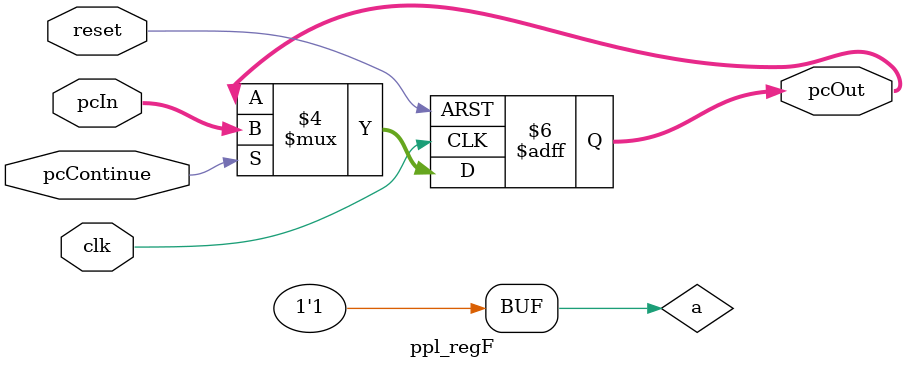
<source format=v>
module ppl_regF (clk, reset, pcIn, pcContinue, pcOut);
    input           clk, reset, pcContinue;
    input   [31:0]  pcIn;

    output  [31:0]  pcOut;
    reg     [31:0]  pcOut;
	 
	 wire a = (1 == 1 ? 3 : 4);

    always @ (posedge clk or negedge reset) begin
        if (reset == 0) begin
            pcOut = -4;
        end else if (pcContinue) begin
            pcOut = pcIn;
        end else begin
            pcOut = pcOut;
        end
    end
endmodule // ppl_regF

</source>
